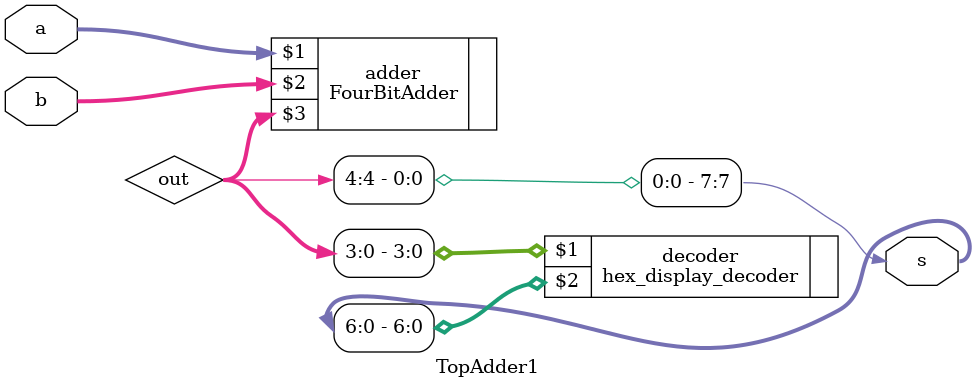
<source format=v>
`timescale 1ns / 1ps


module TopAdder1(input [3:0] a, b, output [7:0] s);
    wire [4:0] out;
    FourBitAdder adder (a, b, out);
    hex_display_decoder decoder (out[3:0], s[6:0]);
    assign s[7] = out[4];
    
endmodule

</source>
